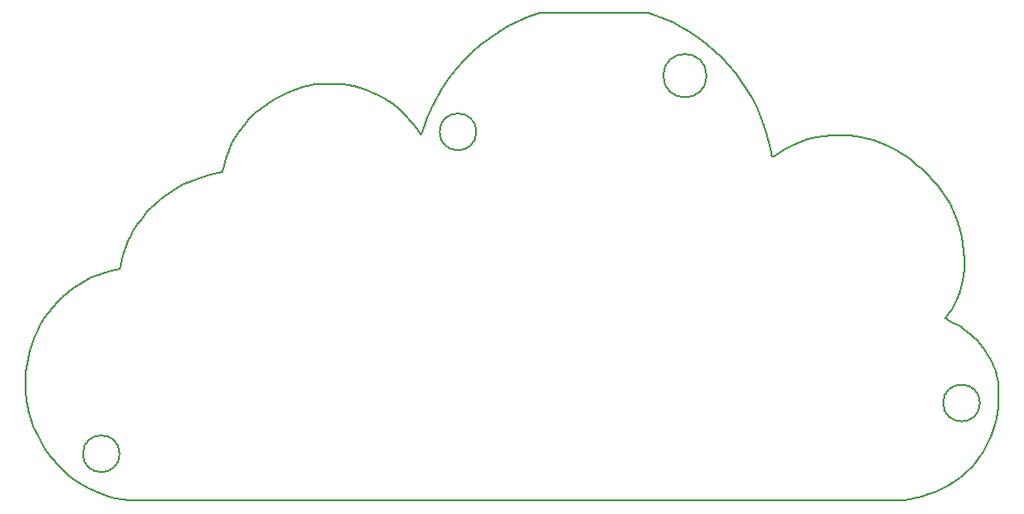
<source format=gbr>
G04 #@! TF.GenerationSoftware,KiCad,Pcbnew,5.0.2-bee76a0~70~ubuntu18.04.1*
G04 #@! TF.CreationDate,2019-01-13T17:19:06+01:00*
G04 #@! TF.ProjectId,lora_node_rfm95_minipro,6c6f7261-5f6e-46f6-9465-5f72666d3935,rev?*
G04 #@! TF.SameCoordinates,Original*
G04 #@! TF.FileFunction,Profile,NP*
%FSLAX46Y46*%
G04 Gerber Fmt 4.6, Leading zero omitted, Abs format (unit mm)*
G04 Created by KiCad (PCBNEW 5.0.2-bee76a0~70~ubuntu18.04.1) date dom 13 ene 2019 17:19:06 CET*
%MOMM*%
%LPD*%
G01*
G04 APERTURE LIST*
%ADD10C,0.200000*%
G04 APERTURE END LIST*
D10*
X144400000Y-67000000D02*
X154400000Y-67000000D01*
X185088000Y-103100000D02*
G75*
G03X185088000Y-103100000I-1700000J0D01*
G01*
X105500000Y-107800000D02*
G75*
G03X105500000Y-107800000I-1700000J0D01*
G01*
X138500000Y-78000000D02*
G75*
G03X138500000Y-78000000I-1700000J0D01*
G01*
X159800000Y-72800000D02*
G75*
G03X159800000Y-72800000I-2000000J0D01*
G01*
X155732002Y-67450986D02*
X156622766Y-67855592D01*
X123566690Y-73623739D02*
X123982539Y-73583790D01*
X97355788Y-97737240D02*
X97597831Y-97088746D01*
X156622766Y-67855592D02*
X157474627Y-68297751D01*
X99312716Y-94227568D02*
X99748309Y-93739280D01*
X178163451Y-112134568D02*
X142417134Y-112143564D01*
X178905842Y-111962906D02*
X178163451Y-112134568D01*
X115164915Y-81077803D02*
X115342477Y-80411529D01*
X186738141Y-103997943D02*
X186626744Y-104571083D01*
X185589471Y-98300590D02*
X185811666Y-98645554D01*
X106746068Y-87223359D02*
X106983781Y-86833813D01*
X166071490Y-80241587D02*
X166424735Y-80008331D01*
X129874807Y-74836036D02*
X130354399Y-75126760D01*
X97597831Y-97088746D02*
X97875102Y-96464223D01*
X133986366Y-76645955D02*
X134193209Y-76154677D01*
X105535274Y-90675854D02*
X105578185Y-90366477D01*
X159080846Y-69314298D02*
X159832392Y-69885097D01*
X182137410Y-110745294D02*
X181640285Y-111009083D01*
X182614557Y-110453009D02*
X182137410Y-110745294D01*
X96827232Y-100269355D02*
X96873399Y-99837925D01*
X181921989Y-95301327D02*
X182605477Y-95640840D01*
X97225787Y-98147793D02*
X97355788Y-97737240D01*
X183070929Y-110133313D02*
X182614557Y-110453009D01*
X130793067Y-75433682D02*
X131363641Y-75909093D01*
X101759777Y-92102382D02*
X102323975Y-91777791D01*
X186107094Y-106209568D02*
X185874793Y-106725030D01*
X107509684Y-86085730D02*
X107797146Y-85727908D01*
X186310408Y-105678047D02*
X186107094Y-106209568D01*
X184307039Y-109021190D02*
X183917974Y-109416265D01*
X185874793Y-106725030D02*
X185614310Y-107223240D01*
X183505661Y-109787343D02*
X183070929Y-110133313D01*
X114596668Y-81756380D02*
X115033753Y-81672083D01*
X164420730Y-75715445D02*
X164795116Y-76575338D01*
X102323975Y-91777791D02*
X102910330Y-91489236D01*
X131363641Y-75909093D02*
X131945357Y-76471362D01*
X165764300Y-79966685D02*
X165821099Y-80154963D01*
X119140687Y-75411584D02*
X119757078Y-75012778D01*
X183218958Y-92818212D02*
X182958121Y-93499461D01*
X165120527Y-77458382D02*
X165395574Y-78362792D01*
X166424735Y-80008331D02*
X167087910Y-79598883D01*
X126628332Y-73642794D02*
X127169543Y-73757232D01*
X186825552Y-103121537D02*
X186792079Y-103580351D01*
X98186416Y-95864783D02*
X98530581Y-95291431D01*
X121073692Y-74339350D02*
X121768449Y-74069747D01*
X124924548Y-73545655D02*
X125865668Y-73564732D01*
X138114591Y-70637101D02*
X138898445Y-69952494D01*
X134193209Y-76154677D02*
X134414723Y-75671902D01*
X158294459Y-68784584D02*
X159080846Y-69314298D01*
X108100464Y-85381410D02*
X108419270Y-85046579D01*
X109464980Y-84115855D02*
X109842098Y-83831401D01*
X154400000Y-67000000D02*
X154857048Y-67107509D01*
X100212000Y-93281471D02*
X100702600Y-92855333D01*
X100444176Y-109468891D02*
X100075931Y-109118662D01*
X161863794Y-71826091D02*
X162461816Y-72543302D01*
X163017939Y-73292639D02*
X163530738Y-74072308D01*
X177344356Y-79715008D02*
X178034331Y-80139776D01*
X127169543Y-73757232D02*
X127722376Y-73910468D01*
X183917974Y-109416265D02*
X183505661Y-109787343D01*
X184243099Y-96758070D02*
X184540078Y-97037840D01*
X99748309Y-93739280D02*
X100212000Y-93281471D01*
X157474627Y-68297751D02*
X158294459Y-68784584D01*
X96785260Y-101138511D02*
X96797851Y-100703060D01*
X154857048Y-67107509D02*
X155732002Y-67450986D01*
X138898445Y-69952494D02*
X139724051Y-69317640D01*
X107238440Y-86454507D02*
X107509684Y-86085730D01*
X119757078Y-75012778D02*
X120402324Y-74654527D01*
X140589146Y-68734646D02*
X141491470Y-68205607D01*
X169194610Y-78705430D02*
X169926567Y-78519134D01*
X128827890Y-74318257D02*
X129363050Y-74565283D01*
X96873399Y-99837925D02*
X96936342Y-99409433D01*
X126280408Y-73596270D02*
X126628332Y-73642794D01*
X98831559Y-107712560D02*
X98605228Y-107377995D01*
X175913751Y-79031682D02*
X176636559Y-79345631D01*
X106087488Y-88596653D02*
X106322947Y-88031635D01*
X133794490Y-77145470D02*
X133986366Y-76645955D01*
X182274790Y-84612001D02*
X182572182Y-85195407D01*
X183408876Y-87693524D02*
X183529267Y-88358263D01*
X101474105Y-110308149D02*
X101156513Y-110076639D01*
X102035306Y-110661580D02*
X101474105Y-110308149D01*
X97415723Y-104985235D02*
X97289697Y-104611035D01*
X118555884Y-75848432D02*
X119140687Y-75411584D01*
X181172724Y-82963435D02*
X181574941Y-83495830D01*
X98379039Y-107009245D02*
X97945994Y-106207134D01*
X101156513Y-110076639D02*
X100808785Y-109792582D01*
X105755074Y-112032148D02*
X105111036Y-111899565D01*
X103841114Y-111515417D02*
X103222389Y-111266497D01*
X108753200Y-84723788D02*
X109101892Y-84413431D01*
X184824310Y-97333327D02*
X185094687Y-97643154D01*
X99381525Y-108390635D02*
X99081864Y-108038871D01*
X183529267Y-88358263D02*
X183613907Y-89038718D01*
X99081864Y-108038871D02*
X98831559Y-107712560D01*
X163530738Y-74072308D02*
X163998807Y-74880502D01*
X186015601Y-98999540D02*
X186200169Y-99361278D01*
X132482564Y-77063079D02*
X132717077Y-77352038D01*
X96810475Y-102012218D02*
X96785260Y-101138511D01*
X123982539Y-73583790D02*
X124924548Y-73545655D01*
X130354399Y-75126760D02*
X130793067Y-75433682D01*
X183420452Y-92106668D02*
X183218958Y-92818212D01*
X183641535Y-90608994D02*
X183561641Y-91368904D01*
X116587190Y-77926073D02*
X117018322Y-77362151D01*
X186364256Y-99729393D02*
X186506769Y-100102588D01*
X164795116Y-76575338D02*
X165120527Y-77458382D01*
X161225278Y-71142783D02*
X161863794Y-71826091D01*
X106983781Y-86833813D02*
X107238440Y-86454507D01*
X185811666Y-98645554D02*
X186015601Y-98999540D01*
X105863588Y-89240887D02*
X106087488Y-88596653D01*
X132919590Y-77626829D02*
X133350000Y-78232000D01*
X98530581Y-95291431D02*
X98906411Y-94745358D01*
X128278081Y-74098730D02*
X128827890Y-74318257D01*
X180991479Y-111306211D02*
X180343689Y-111555792D01*
X181640285Y-111009083D02*
X180991479Y-111306211D01*
X160547670Y-70495194D02*
X161225278Y-71142783D01*
X115033753Y-81672083D02*
X115164915Y-81077803D01*
X97289697Y-104611035D02*
X97167752Y-104183760D01*
X159832392Y-69885097D02*
X160547670Y-70495194D01*
X115576220Y-79760728D02*
X115863407Y-79127866D01*
X143895353Y-67132835D02*
X144400000Y-67000000D01*
X142428770Y-67732616D02*
X143398783Y-67317784D01*
X127722376Y-73910468D02*
X128278081Y-74098730D01*
X111054000Y-83060670D02*
X111483598Y-82832467D01*
X116201307Y-78515480D02*
X116587190Y-77926073D01*
X101218923Y-92461951D02*
X101759777Y-92102382D01*
X180735780Y-82448345D02*
X181172724Y-82963435D01*
X121768449Y-74069747D02*
X122483864Y-73848233D01*
X117491969Y-76826227D02*
X118005399Y-76320819D01*
X172928278Y-78330748D02*
X173683166Y-78422688D01*
X172172363Y-78294389D02*
X172928278Y-78330748D01*
X100075931Y-109118662D02*
X99717297Y-108754939D01*
X106322947Y-88031635D02*
X106525669Y-87622774D01*
X168475650Y-78947468D02*
X169194610Y-78705430D01*
X133451426Y-78088620D02*
X133617841Y-77652962D01*
X186506769Y-100102588D02*
X186626622Y-100479566D01*
X179758206Y-81471027D02*
X180264237Y-81950822D01*
X183934466Y-96495285D02*
X184243099Y-96758070D01*
X182638878Y-94146394D02*
X182457670Y-94455718D01*
X185326481Y-107703088D02*
X185012106Y-108163463D01*
X96797851Y-100703060D02*
X96827232Y-100269355D01*
X182572182Y-85195407D02*
X182834394Y-85795456D01*
X98605228Y-107377995D02*
X98379039Y-107009245D01*
X115342477Y-80411529D02*
X115576220Y-79760728D01*
X117091921Y-112140389D02*
X106400597Y-112122397D01*
X142417134Y-112143564D02*
X117091921Y-112140389D01*
X186833119Y-102149696D02*
X186839098Y-102638778D01*
X131945357Y-76471362D02*
X132482564Y-77063079D01*
X118005399Y-76320819D02*
X118555884Y-75848432D01*
X143398783Y-67317784D02*
X143895353Y-67132835D01*
X108419270Y-85046579D02*
X108753200Y-84723788D01*
X139724051Y-69317640D02*
X140589146Y-68734646D01*
X167087910Y-79598883D02*
X167772485Y-79245272D01*
X186626744Y-104571083D02*
X186483895Y-105131523D01*
X182834394Y-85795456D02*
X183061322Y-86411935D01*
X182011942Y-95133687D02*
X181921989Y-95301327D01*
X179660593Y-111770448D02*
X178905842Y-111962906D01*
X180343689Y-111555792D02*
X179660593Y-111770448D01*
X182949686Y-95822318D02*
X183286654Y-96026100D01*
X186483895Y-105131523D02*
X186310408Y-105678047D01*
X135441857Y-73831027D02*
X136036117Y-72968427D01*
X183252851Y-87044686D02*
X183408876Y-87693524D01*
X117018322Y-77362151D02*
X117491969Y-76826227D01*
X181574941Y-83495830D02*
X181942336Y-84045449D01*
X123217202Y-73677325D02*
X123566690Y-73623739D01*
X109101892Y-84413431D02*
X109464980Y-84115855D01*
X176636559Y-79345631D02*
X177344356Y-79715008D01*
X185614310Y-107223240D02*
X185326481Y-107703088D01*
X133365399Y-78231878D02*
X133388180Y-78206346D01*
X178643135Y-80565331D02*
X179217802Y-81009143D01*
X165920092Y-80277862D02*
X165962738Y-80281566D01*
X167772485Y-79245272D02*
X168475650Y-78947468D01*
X105683177Y-89864166D02*
X105863588Y-89240887D01*
X98906411Y-94745358D02*
X99312716Y-94227568D01*
X182605477Y-95640840D02*
X182949686Y-95822318D01*
X97945994Y-106207134D02*
X97570268Y-105382375D01*
X113880675Y-81935397D02*
X114596668Y-81756380D01*
X136681165Y-72147160D02*
X137374744Y-71369351D01*
X182262214Y-94754962D02*
X182011942Y-95133687D01*
X165962738Y-80281566D02*
X166071490Y-80241587D01*
X104471855Y-111726872D02*
X103841114Y-111515417D01*
X97016058Y-98984538D02*
X97112541Y-98563771D01*
X97167752Y-104183760D02*
X97062644Y-103753362D01*
X173683166Y-78422688D02*
X174434246Y-78570172D01*
X112177262Y-82524227D02*
X113025244Y-82208262D01*
X110232886Y-83560494D02*
X110636975Y-83303451D01*
X165821099Y-80154963D02*
X165883252Y-80256430D01*
X186792079Y-103580351D02*
X186738141Y-103997943D01*
X163998807Y-74880502D02*
X164420730Y-75715445D01*
X102910330Y-91489236D02*
X103517654Y-91237829D01*
X185094687Y-97643154D02*
X185350108Y-97965998D01*
X97112541Y-98563771D02*
X97225787Y-98147793D01*
X185350108Y-97965998D02*
X185589471Y-98300590D01*
X186200169Y-99361278D02*
X186364256Y-99729393D01*
X103517654Y-91237829D02*
X104144754Y-91024628D01*
X132717077Y-77352038D02*
X132919590Y-77626829D01*
X134414723Y-75671902D02*
X134900633Y-74732891D01*
X111483598Y-82832467D02*
X112177262Y-82524227D01*
X120402324Y-74654527D02*
X121073692Y-74339350D01*
X165883252Y-80256430D02*
X165920092Y-80277862D01*
X183061322Y-86411935D02*
X183252851Y-87044686D01*
X103222389Y-111266497D02*
X102619261Y-110981435D01*
X96902921Y-102885423D02*
X96810475Y-102012218D01*
X96974371Y-103320318D02*
X96902921Y-102885423D01*
X181942336Y-84045449D02*
X182274790Y-84612001D01*
X178034331Y-80139776D02*
X178643135Y-80565331D01*
X110636975Y-83303451D02*
X111054000Y-83060670D01*
X102619261Y-110981435D02*
X102035306Y-110661580D01*
X104144754Y-91024628D02*
X104790445Y-90850823D01*
X106400597Y-112122397D02*
X106400601Y-112122291D01*
X186765356Y-101222490D02*
X186808380Y-101671805D01*
X122483864Y-73848233D02*
X123217202Y-73677325D01*
X97062644Y-103753362D02*
X96974371Y-103320318D01*
X165395574Y-78362792D02*
X165618833Y-79286772D01*
X100702600Y-92855333D02*
X101218923Y-92461951D01*
X186808380Y-101671805D02*
X186833119Y-102149696D01*
X170668712Y-78388554D02*
X171418245Y-78313651D01*
X129363050Y-74565283D02*
X129874807Y-74836036D01*
X136036117Y-72968427D02*
X136681165Y-72147160D01*
X97570268Y-105382375D02*
X97415723Y-104985235D01*
X186839098Y-102638778D02*
X186825552Y-103121537D01*
X106400393Y-112123323D02*
X105755074Y-112032148D01*
X107797146Y-85727908D02*
X108100464Y-85381410D01*
X182958121Y-93499461D02*
X182805750Y-93827465D01*
X109842098Y-83831401D02*
X110232886Y-83560494D01*
X174434246Y-78570172D02*
X175178705Y-78773184D01*
X115863407Y-79127866D02*
X116201307Y-78515480D01*
X183286654Y-96026100D02*
X183615280Y-96250837D01*
X184540078Y-97037840D02*
X184824310Y-97333327D01*
X106525669Y-87622774D02*
X106746068Y-87223359D01*
X125865668Y-73564732D02*
X126280408Y-73596270D01*
X171418245Y-78313651D02*
X172172363Y-78294389D01*
X162461816Y-72543302D02*
X163017939Y-73292639D01*
X175178705Y-78773184D02*
X175913751Y-79031682D01*
X182457670Y-94455718D02*
X182262214Y-94754962D01*
X183615280Y-96250837D02*
X183934466Y-96495285D01*
X186704568Y-100819212D02*
X186765356Y-101222490D01*
X113025244Y-82208262D02*
X113880675Y-81935397D01*
X141491470Y-68205607D02*
X142428770Y-67732616D01*
X183613907Y-89038718D02*
X183659315Y-89830907D01*
X186626622Y-100479566D02*
X186704568Y-100819212D01*
X133617841Y-77652962D02*
X133794490Y-77145470D01*
X179217802Y-81009143D02*
X179758206Y-81471027D01*
X96936342Y-99409433D02*
X97016058Y-98984538D01*
X99717297Y-108754939D02*
X99381525Y-108390635D01*
X183561641Y-91368904D02*
X183420452Y-92106668D01*
X104790445Y-90850823D02*
X105535274Y-90675854D01*
X137374744Y-71369351D02*
X138114591Y-70637101D01*
X169926567Y-78519134D02*
X170668712Y-78388554D01*
X105111036Y-111899565D02*
X104471855Y-111726872D01*
X182805750Y-93827465D02*
X182638878Y-94146394D01*
X184672013Y-108603227D02*
X184307039Y-109021190D01*
X100808785Y-109792582D02*
X100444176Y-109468891D01*
X133388180Y-78206346D02*
X133451426Y-78088620D01*
X97875102Y-96464223D02*
X98186416Y-95864783D01*
X134900633Y-74732891D02*
X135441857Y-73831027D01*
X185012106Y-108163463D02*
X184672013Y-108603227D01*
X183659315Y-89830907D02*
X183641535Y-90608994D01*
X165618833Y-79286772D02*
X165764300Y-79966685D01*
X105578185Y-90366477D02*
X105683177Y-89864166D01*
X180264237Y-81950822D02*
X180735780Y-82448345D01*
X133350000Y-78232000D02*
X133365399Y-78231878D01*
M02*

</source>
